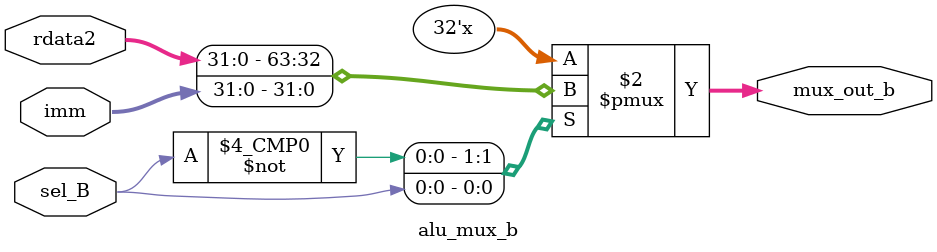
<source format=sv>
module alu_mux_b(
    input logic [31:0] rdata2,
    input logic [31:0] imm,
    input logic sel_B, 
    output logic [31:0] mux_out_b
);
    always_comb
    begin
        case (sel_B)
            1'b0: mux_out_b = rdata2;
            1'b1: mux_out_b = imm;
        endcase
    end
endmodule
</source>
